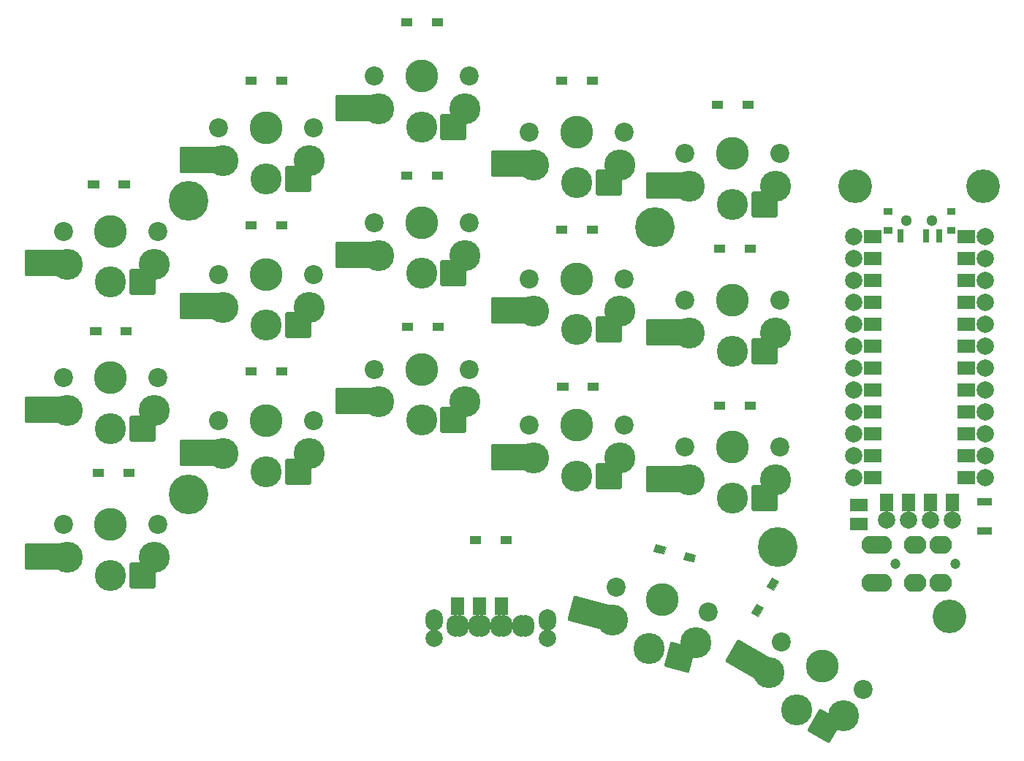
<source format=gbs>
G04 #@! TF.GenerationSoftware,KiCad,Pcbnew,7.0.6*
G04 #@! TF.CreationDate,2023-08-12T13:21:49+01:00*
G04 #@! TF.ProjectId,ferris_sweep,66657272-6973-45f7-9377-6565702e6b69,0.1*
G04 #@! TF.SameCoordinates,Original*
G04 #@! TF.FileFunction,Soldermask,Bot*
G04 #@! TF.FilePolarity,Negative*
%FSLAX46Y46*%
G04 Gerber Fmt 4.6, Leading zero omitted, Abs format (unit mm)*
G04 Created by KiCad (PCBNEW 7.0.6) date 2023-08-12 13:21:49*
%MOMM*%
%LPD*%
G01*
G04 APERTURE LIST*
G04 Aperture macros list*
%AMRoundRect*
0 Rectangle with rounded corners*
0 $1 Rounding radius*
0 $2 $3 $4 $5 $6 $7 $8 $9 X,Y pos of 4 corners*
0 Add a 4 corners polygon primitive as box body*
4,1,4,$2,$3,$4,$5,$6,$7,$8,$9,$2,$3,0*
0 Add four circle primitives for the rounded corners*
1,1,$1+$1,$2,$3*
1,1,$1+$1,$4,$5*
1,1,$1+$1,$6,$7*
1,1,$1+$1,$8,$9*
0 Add four rect primitives between the rounded corners*
20,1,$1+$1,$2,$3,$4,$5,0*
20,1,$1+$1,$4,$5,$6,$7,0*
20,1,$1+$1,$6,$7,$8,$9,0*
20,1,$1+$1,$8,$9,$2,$3,0*%
%AMFreePoly0*
4,1,22,0.686777,0.580194,0.756366,0.524698,0.794986,0.444504,0.800000,0.400000,0.800000,0.200000,0.780194,0.113223,0.741421,0.058579,0.141421,-0.541421,0.066056,-0.588777,-0.022393,-0.598742,-0.106406,-0.569345,-0.141421,-0.541421,-0.741421,0.058579,-0.788777,0.133944,-0.800000,0.200000,-0.800000,0.400000,-0.780194,0.486777,-0.724698,0.556366,-0.644504,0.594986,-0.600000,0.600000,
0.600000,0.600000,0.686777,0.580194,0.686777,0.580194,$1*%
%AMFreePoly1*
4,1,26,0.706406,1.169345,0.769345,1.106406,0.798742,1.022393,0.800000,1.000000,0.800000,-0.250000,0.780194,-0.336777,0.724698,-0.406366,0.644504,-0.444986,0.600000,-0.450000,-0.600000,-0.450000,-0.686777,-0.430194,-0.756366,-0.374698,-0.794986,-0.294504,-0.800000,-0.250000,-0.800000,1.000000,-0.780194,1.086777,-0.724698,1.156366,-0.644504,1.194986,-0.555496,1.194986,-0.475302,1.156366,
-0.458579,1.141421,0.000000,0.682842,0.458579,1.141421,0.533944,1.188777,0.622393,1.198742,0.706406,1.169345,0.706406,1.169345,$1*%
G04 Aperture macros list end*
%ADD10C,0.100000*%
%ADD11C,4.600000*%
%ADD12C,2.200000*%
%ADD13C,3.600000*%
%ADD14C,3.800000*%
%ADD15RoundRect,0.200000X-1.300000X1.300000X-1.300000X-1.300000X1.300000X-1.300000X1.300000X1.300000X0*%
%ADD16RoundRect,0.200000X-2.290000X1.300000X-2.290000X-1.300000X2.290000X-1.300000X2.290000X1.300000X0*%
%ADD17O,2.000000X2.500000*%
%ADD18FreePoly0,180.000000*%
%ADD19FreePoly1,180.000000*%
%ADD20C,2.000000*%
%ADD21RoundRect,0.200000X-0.475833X1.775833X-1.775833X-0.475833X0.475833X-1.775833X1.775833X0.475833X0*%
%ADD22RoundRect,0.200000X-1.333198X2.270833X-2.633198X0.019167X1.333198X-2.270833X2.633198X-0.019167X0*%
%ADD23C,1.300000*%
%ADD24C,3.900000*%
%ADD25FreePoly0,90.000000*%
%ADD26FreePoly0,270.000000*%
%ADD27FreePoly1,90.000000*%
%ADD28FreePoly1,270.000000*%
%ADD29C,1.200000*%
%ADD30O,2.600000X2.100000*%
%ADD31RoundRect,0.200000X-0.919239X1.592168X-1.592168X-0.919239X0.919239X-1.592168X1.592168X0.919239X0*%
%ADD32RoundRect,0.200000X-1.875505X1.848399X-2.548435X-0.663008X1.875505X-1.848399X2.548435X0.663008X0*%
G04 APERTURE END LIST*
D10*
X109650000Y-63425000D02*
X108450000Y-63425000D01*
X108450000Y-62575000D01*
X109650000Y-62575000D01*
X109650000Y-63425000D01*
G36*
X109650000Y-63425000D02*
G01*
X108450000Y-63425000D01*
X108450000Y-62575000D01*
X109650000Y-62575000D01*
X109650000Y-63425000D01*
G37*
X106100000Y-63425000D02*
X104900000Y-63425000D01*
X104900000Y-62575000D01*
X106100000Y-62575000D01*
X106100000Y-63425000D01*
G36*
X106100000Y-63425000D02*
G01*
X104900000Y-63425000D01*
X104900000Y-62575000D01*
X106100000Y-62575000D01*
X106100000Y-63425000D01*
G37*
X111933509Y-131354624D02*
X110917509Y-131354624D01*
X110917509Y-130338624D01*
X111933509Y-130338624D01*
X111933509Y-131354624D01*
G36*
X111933509Y-131354624D02*
G01*
X110917509Y-131354624D01*
X110917509Y-130338624D01*
X111933509Y-130338624D01*
X111933509Y-131354624D01*
G37*
X114473509Y-131354624D02*
X113457509Y-131354624D01*
X113457509Y-130338624D01*
X114473509Y-130338624D01*
X114473509Y-131354624D01*
G36*
X114473509Y-131354624D02*
G01*
X113457509Y-131354624D01*
X113457509Y-130338624D01*
X114473509Y-130338624D01*
X114473509Y-131354624D01*
G37*
X117013509Y-131354624D02*
X115997509Y-131354624D01*
X115997509Y-130338624D01*
X117013509Y-130338624D01*
X117013509Y-131354624D01*
G36*
X117013509Y-131354624D02*
G01*
X115997509Y-131354624D01*
X115997509Y-130338624D01*
X117013509Y-130338624D01*
X117013509Y-131354624D01*
G37*
X73600000Y-99175000D02*
X72400000Y-99175000D01*
X72400000Y-98325000D01*
X73600000Y-98325000D01*
X73600000Y-99175000D01*
G36*
X73600000Y-99175000D02*
G01*
X72400000Y-99175000D01*
X72400000Y-98325000D01*
X73600000Y-98325000D01*
X73600000Y-99175000D01*
G37*
X70050000Y-99175000D02*
X68850000Y-99175000D01*
X68850000Y-98325000D01*
X70050000Y-98325000D01*
X70050000Y-99175000D01*
G36*
X70050000Y-99175000D02*
G01*
X68850000Y-99175000D01*
X68850000Y-98325000D01*
X70050000Y-98325000D01*
X70050000Y-99175000D01*
G37*
X173180034Y-122352819D02*
X171580034Y-122352819D01*
X171580034Y-121552819D01*
X173180034Y-121552819D01*
X173180034Y-122352819D01*
G36*
X173180034Y-122352819D02*
G01*
X171580034Y-122352819D01*
X171580034Y-121552819D01*
X173180034Y-121552819D01*
X173180034Y-122352819D01*
G37*
X173180034Y-118952819D02*
X171580034Y-118952819D01*
X171580034Y-118152819D01*
X173180034Y-118152819D01*
X173180034Y-118952819D01*
G36*
X173180034Y-118952819D02*
G01*
X171580034Y-118952819D01*
X171580034Y-118152819D01*
X173180034Y-118152819D01*
X173180034Y-118952819D01*
G37*
X73350000Y-82175000D02*
X72150000Y-82175000D01*
X72150000Y-81325000D01*
X73350000Y-81325000D01*
X73350000Y-82175000D01*
G36*
X73350000Y-82175000D02*
G01*
X72150000Y-82175000D01*
X72150000Y-81325000D01*
X73350000Y-81325000D01*
X73350000Y-82175000D01*
G37*
X69800000Y-82175000D02*
X68600000Y-82175000D01*
X68600000Y-81325000D01*
X69800000Y-81325000D01*
X69800000Y-82175000D01*
G36*
X69800000Y-82175000D02*
G01*
X68600000Y-82175000D01*
X68600000Y-81325000D01*
X69800000Y-81325000D01*
X69800000Y-82175000D01*
G37*
X168990258Y-87450219D02*
X168090258Y-87450219D01*
X168090258Y-86750219D01*
X168990258Y-86750219D01*
X168990258Y-87450219D01*
G36*
X168990258Y-87450219D02*
G01*
X168090258Y-87450219D01*
X168090258Y-86750219D01*
X168990258Y-86750219D01*
X168990258Y-87450219D01*
G37*
X168990258Y-85250219D02*
X168090258Y-85250219D01*
X168090258Y-84550219D01*
X168990258Y-84550219D01*
X168990258Y-85250219D01*
G36*
X168990258Y-85250219D02*
G01*
X168090258Y-85250219D01*
X168090258Y-84550219D01*
X168990258Y-84550219D01*
X168990258Y-85250219D01*
G37*
X167440258Y-88450219D02*
X166840258Y-88450219D01*
X166840258Y-87050219D01*
X167440258Y-87050219D01*
X167440258Y-88450219D01*
G36*
X167440258Y-88450219D02*
G01*
X166840258Y-88450219D01*
X166840258Y-87050219D01*
X167440258Y-87050219D01*
X167440258Y-88450219D01*
G37*
X165940258Y-88450219D02*
X165340258Y-88450219D01*
X165340258Y-87050219D01*
X165940258Y-87050219D01*
X165940258Y-88450219D01*
G36*
X165940258Y-88450219D02*
G01*
X165340258Y-88450219D01*
X165340258Y-87050219D01*
X165940258Y-87050219D01*
X165940258Y-88450219D01*
G37*
X162940258Y-88450219D02*
X162340258Y-88450219D01*
X162340258Y-87050219D01*
X162940258Y-87050219D01*
X162940258Y-88450219D01*
G36*
X162940258Y-88450219D02*
G01*
X162340258Y-88450219D01*
X162340258Y-87050219D01*
X162940258Y-87050219D01*
X162940258Y-88450219D01*
G37*
X161690258Y-87450219D02*
X160790258Y-87450219D01*
X160790258Y-86750219D01*
X161690258Y-86750219D01*
X161690258Y-87450219D01*
G36*
X161690258Y-87450219D02*
G01*
X160790258Y-87450219D01*
X160790258Y-86750219D01*
X161690258Y-86750219D01*
X161690258Y-87450219D01*
G37*
X161690258Y-85250219D02*
X160790258Y-85250219D01*
X160790258Y-84550219D01*
X161690258Y-84550219D01*
X161690258Y-85250219D01*
G36*
X161690258Y-85250219D02*
G01*
X160790258Y-85250219D01*
X160790258Y-84550219D01*
X161690258Y-84550219D01*
X161690258Y-85250219D01*
G37*
X145850000Y-107825000D02*
X144650000Y-107825000D01*
X144650000Y-106975000D01*
X145850000Y-106975000D01*
X145850000Y-107825000D01*
G36*
X145850000Y-107825000D02*
G01*
X144650000Y-107825000D01*
X144650000Y-106975000D01*
X145850000Y-106975000D01*
X145850000Y-107825000D01*
G37*
X142300000Y-107825000D02*
X141100000Y-107825000D01*
X141100000Y-106975000D01*
X142300000Y-106975000D01*
X142300000Y-107825000D01*
G36*
X142300000Y-107825000D02*
G01*
X141100000Y-107825000D01*
X141100000Y-106975000D01*
X142300000Y-106975000D01*
X142300000Y-107825000D01*
G37*
X127600000Y-70175000D02*
X126400000Y-70175000D01*
X126400000Y-69325000D01*
X127600000Y-69325000D01*
X127600000Y-70175000D01*
G36*
X127600000Y-70175000D02*
G01*
X126400000Y-70175000D01*
X126400000Y-69325000D01*
X127600000Y-69325000D01*
X127600000Y-70175000D01*
G37*
X124050000Y-70175000D02*
X122850000Y-70175000D01*
X122850000Y-69325000D01*
X124050000Y-69325000D01*
X124050000Y-70175000D01*
G36*
X124050000Y-70175000D02*
G01*
X122850000Y-70175000D01*
X122850000Y-69325000D01*
X124050000Y-69325000D01*
X124050000Y-70175000D01*
G37*
X109625000Y-81175000D02*
X108425000Y-81175000D01*
X108425000Y-80325000D01*
X109625000Y-80325000D01*
X109625000Y-81175000D01*
G36*
X109625000Y-81175000D02*
G01*
X108425000Y-81175000D01*
X108425000Y-80325000D01*
X109625000Y-80325000D01*
X109625000Y-81175000D01*
G37*
X106075000Y-81175000D02*
X104875000Y-81175000D01*
X104875000Y-80325000D01*
X106075000Y-80325000D01*
X106075000Y-81175000D01*
G36*
X106075000Y-81175000D02*
G01*
X104875000Y-81175000D01*
X104875000Y-80325000D01*
X106075000Y-80325000D01*
X106075000Y-81175000D01*
G37*
X127600000Y-87425000D02*
X126400000Y-87425000D01*
X126400000Y-86575000D01*
X127600000Y-86575000D01*
X127600000Y-87425000D01*
G36*
X127600000Y-87425000D02*
G01*
X126400000Y-87425000D01*
X126400000Y-86575000D01*
X127600000Y-86575000D01*
X127600000Y-87425000D01*
G37*
X124050000Y-87425000D02*
X122850000Y-87425000D01*
X122850000Y-86575000D01*
X124050000Y-86575000D01*
X124050000Y-87425000D01*
G36*
X124050000Y-87425000D02*
G01*
X122850000Y-87425000D01*
X122850000Y-86575000D01*
X124050000Y-86575000D01*
X124050000Y-87425000D01*
G37*
X145600000Y-72925000D02*
X144400000Y-72925000D01*
X144400000Y-72075000D01*
X145600000Y-72075000D01*
X145600000Y-72925000D01*
G36*
X145600000Y-72925000D02*
G01*
X144400000Y-72925000D01*
X144400000Y-72075000D01*
X145600000Y-72075000D01*
X145600000Y-72925000D01*
G37*
X142050000Y-72925000D02*
X140850000Y-72925000D01*
X140850000Y-72075000D01*
X142050000Y-72075000D01*
X142050000Y-72925000D01*
G36*
X142050000Y-72925000D02*
G01*
X140850000Y-72925000D01*
X140850000Y-72075000D01*
X142050000Y-72075000D01*
X142050000Y-72925000D01*
G37*
X159810259Y-88401222D02*
X158794259Y-88401222D01*
X158794259Y-87385222D01*
X159810259Y-87385222D01*
X159810259Y-88401222D01*
G36*
X159810259Y-88401222D02*
G01*
X158794259Y-88401222D01*
X158794259Y-87385222D01*
X159810259Y-87385222D01*
X159810259Y-88401222D01*
G37*
X159810259Y-90941222D02*
X158794259Y-90941222D01*
X158794259Y-89925222D01*
X159810259Y-89925222D01*
X159810259Y-90941222D01*
G36*
X159810259Y-90941222D02*
G01*
X158794259Y-90941222D01*
X158794259Y-89925222D01*
X159810259Y-89925222D01*
X159810259Y-90941222D01*
G37*
X159810259Y-93481222D02*
X158794259Y-93481222D01*
X158794259Y-92465222D01*
X159810259Y-92465222D01*
X159810259Y-93481222D01*
G36*
X159810259Y-93481222D02*
G01*
X158794259Y-93481222D01*
X158794259Y-92465222D01*
X159810259Y-92465222D01*
X159810259Y-93481222D01*
G37*
X159810259Y-96021222D02*
X158794259Y-96021222D01*
X158794259Y-95005222D01*
X159810259Y-95005222D01*
X159810259Y-96021222D01*
G36*
X159810259Y-96021222D02*
G01*
X158794259Y-96021222D01*
X158794259Y-95005222D01*
X159810259Y-95005222D01*
X159810259Y-96021222D01*
G37*
X159810259Y-98561222D02*
X158794259Y-98561222D01*
X158794259Y-97545222D01*
X159810259Y-97545222D01*
X159810259Y-98561222D01*
G36*
X159810259Y-98561222D02*
G01*
X158794259Y-98561222D01*
X158794259Y-97545222D01*
X159810259Y-97545222D01*
X159810259Y-98561222D01*
G37*
X159810259Y-101101222D02*
X158794259Y-101101222D01*
X158794259Y-100085222D01*
X159810259Y-100085222D01*
X159810259Y-101101222D01*
G36*
X159810259Y-101101222D02*
G01*
X158794259Y-101101222D01*
X158794259Y-100085222D01*
X159810259Y-100085222D01*
X159810259Y-101101222D01*
G37*
X159810259Y-103641222D02*
X158794259Y-103641222D01*
X158794259Y-102625222D01*
X159810259Y-102625222D01*
X159810259Y-103641222D01*
G36*
X159810259Y-103641222D02*
G01*
X158794259Y-103641222D01*
X158794259Y-102625222D01*
X159810259Y-102625222D01*
X159810259Y-103641222D01*
G37*
X159810259Y-106181222D02*
X158794259Y-106181222D01*
X158794259Y-105165222D01*
X159810259Y-105165222D01*
X159810259Y-106181222D01*
G36*
X159810259Y-106181222D02*
G01*
X158794259Y-106181222D01*
X158794259Y-105165222D01*
X159810259Y-105165222D01*
X159810259Y-106181222D01*
G37*
X159810259Y-108721222D02*
X158794259Y-108721222D01*
X158794259Y-107705222D01*
X159810259Y-107705222D01*
X159810259Y-108721222D01*
G36*
X159810259Y-108721222D02*
G01*
X158794259Y-108721222D01*
X158794259Y-107705222D01*
X159810259Y-107705222D01*
X159810259Y-108721222D01*
G37*
X159810259Y-111261222D02*
X158794259Y-111261222D01*
X158794259Y-110245222D01*
X159810259Y-110245222D01*
X159810259Y-111261222D01*
G36*
X159810259Y-111261222D02*
G01*
X158794259Y-111261222D01*
X158794259Y-110245222D01*
X159810259Y-110245222D01*
X159810259Y-111261222D01*
G37*
X159810259Y-113801222D02*
X158794259Y-113801222D01*
X158794259Y-112785222D01*
X159810259Y-112785222D01*
X159810259Y-113801222D01*
G36*
X159810259Y-113801222D02*
G01*
X158794259Y-113801222D01*
X158794259Y-112785222D01*
X159810259Y-112785222D01*
X159810259Y-113801222D01*
G37*
X159810259Y-116341222D02*
X158794259Y-116341222D01*
X158794259Y-115325222D01*
X159810259Y-115325222D01*
X159810259Y-116341222D01*
G36*
X159810259Y-116341222D02*
G01*
X158794259Y-116341222D01*
X158794259Y-115325222D01*
X159810259Y-115325222D01*
X159810259Y-116341222D01*
G37*
X170986259Y-88401222D02*
X169970259Y-88401222D01*
X169970259Y-87385222D01*
X170986259Y-87385222D01*
X170986259Y-88401222D01*
G36*
X170986259Y-88401222D02*
G01*
X169970259Y-88401222D01*
X169970259Y-87385222D01*
X170986259Y-87385222D01*
X170986259Y-88401222D01*
G37*
X170986259Y-90941222D02*
X169970259Y-90941222D01*
X169970259Y-89925222D01*
X170986259Y-89925222D01*
X170986259Y-90941222D01*
G36*
X170986259Y-90941222D02*
G01*
X169970259Y-90941222D01*
X169970259Y-89925222D01*
X170986259Y-89925222D01*
X170986259Y-90941222D01*
G37*
X170986259Y-93481222D02*
X169970259Y-93481222D01*
X169970259Y-92465222D01*
X170986259Y-92465222D01*
X170986259Y-93481222D01*
G36*
X170986259Y-93481222D02*
G01*
X169970259Y-93481222D01*
X169970259Y-92465222D01*
X170986259Y-92465222D01*
X170986259Y-93481222D01*
G37*
X170986259Y-96021222D02*
X169970259Y-96021222D01*
X169970259Y-95005222D01*
X170986259Y-95005222D01*
X170986259Y-96021222D01*
G36*
X170986259Y-96021222D02*
G01*
X169970259Y-96021222D01*
X169970259Y-95005222D01*
X170986259Y-95005222D01*
X170986259Y-96021222D01*
G37*
X170986259Y-98561222D02*
X169970259Y-98561222D01*
X169970259Y-97545222D01*
X170986259Y-97545222D01*
X170986259Y-98561222D01*
G36*
X170986259Y-98561222D02*
G01*
X169970259Y-98561222D01*
X169970259Y-97545222D01*
X170986259Y-97545222D01*
X170986259Y-98561222D01*
G37*
X170986259Y-101101222D02*
X169970259Y-101101222D01*
X169970259Y-100085222D01*
X170986259Y-100085222D01*
X170986259Y-101101222D01*
G36*
X170986259Y-101101222D02*
G01*
X169970259Y-101101222D01*
X169970259Y-100085222D01*
X170986259Y-100085222D01*
X170986259Y-101101222D01*
G37*
X170986259Y-103641222D02*
X169970259Y-103641222D01*
X169970259Y-102625222D01*
X170986259Y-102625222D01*
X170986259Y-103641222D01*
G36*
X170986259Y-103641222D02*
G01*
X169970259Y-103641222D01*
X169970259Y-102625222D01*
X170986259Y-102625222D01*
X170986259Y-103641222D01*
G37*
X170986259Y-106181222D02*
X169970259Y-106181222D01*
X169970259Y-105165222D01*
X170986259Y-105165222D01*
X170986259Y-106181222D01*
G36*
X170986259Y-106181222D02*
G01*
X169970259Y-106181222D01*
X169970259Y-105165222D01*
X170986259Y-105165222D01*
X170986259Y-106181222D01*
G37*
X170986259Y-108721222D02*
X169970259Y-108721222D01*
X169970259Y-107705222D01*
X170986259Y-107705222D01*
X170986259Y-108721222D01*
G36*
X170986259Y-108721222D02*
G01*
X169970259Y-108721222D01*
X169970259Y-107705222D01*
X170986259Y-107705222D01*
X170986259Y-108721222D01*
G37*
X170986259Y-111261222D02*
X169970259Y-111261222D01*
X169970259Y-110245222D01*
X170986259Y-110245222D01*
X170986259Y-111261222D01*
G36*
X170986259Y-111261222D02*
G01*
X169970259Y-111261222D01*
X169970259Y-110245222D01*
X170986259Y-110245222D01*
X170986259Y-111261222D01*
G37*
X170986259Y-113801222D02*
X169970259Y-113801222D01*
X169970259Y-112785222D01*
X170986259Y-112785222D01*
X170986259Y-113801222D01*
G36*
X170986259Y-113801222D02*
G01*
X169970259Y-113801222D01*
X169970259Y-112785222D01*
X170986259Y-112785222D01*
X170986259Y-113801222D01*
G37*
X170986259Y-116341222D02*
X169970259Y-116341222D01*
X169970259Y-115325222D01*
X170986259Y-115325222D01*
X170986259Y-116341222D01*
G36*
X170986259Y-116341222D02*
G01*
X169970259Y-116341222D01*
X169970259Y-115325222D01*
X170986259Y-115325222D01*
X170986259Y-116341222D01*
G37*
X73900000Y-115675000D02*
X72700000Y-115675000D01*
X72700000Y-114825000D01*
X73900000Y-114825000D01*
X73900000Y-115675000D01*
G36*
X73900000Y-115675000D02*
G01*
X72700000Y-115675000D01*
X72700000Y-114825000D01*
X73900000Y-114825000D01*
X73900000Y-115675000D01*
G37*
X70350000Y-115675000D02*
X69150000Y-115675000D01*
X69150000Y-114825000D01*
X70350000Y-114825000D01*
X70350000Y-115675000D01*
G36*
X70350000Y-115675000D02*
G01*
X69150000Y-115675000D01*
X69150000Y-114825000D01*
X70350000Y-114825000D01*
X70350000Y-115675000D01*
G37*
X161588438Y-119348911D02*
X160572438Y-119348911D01*
X160572438Y-118332911D01*
X161588438Y-118332911D01*
X161588438Y-119348911D01*
G36*
X161588438Y-119348911D02*
G01*
X160572438Y-119348911D01*
X160572438Y-118332911D01*
X161588438Y-118332911D01*
X161588438Y-119348911D01*
G37*
X164128438Y-119348911D02*
X163112438Y-119348911D01*
X163112438Y-118332911D01*
X164128438Y-118332911D01*
X164128438Y-119348911D01*
G36*
X164128438Y-119348911D02*
G01*
X163112438Y-119348911D01*
X163112438Y-118332911D01*
X164128438Y-118332911D01*
X164128438Y-119348911D01*
G37*
X166668438Y-119348911D02*
X165652438Y-119348911D01*
X165652438Y-118332911D01*
X166668438Y-118332911D01*
X166668438Y-119348911D01*
G36*
X166668438Y-119348911D02*
G01*
X165652438Y-119348911D01*
X165652438Y-118332911D01*
X166668438Y-118332911D01*
X166668438Y-119348911D01*
G37*
X169208438Y-119348911D02*
X168192438Y-119348911D01*
X168192438Y-118332911D01*
X169208438Y-118332911D01*
X169208438Y-119348911D01*
G36*
X169208438Y-119348911D02*
G01*
X168192438Y-119348911D01*
X168192438Y-118332911D01*
X169208438Y-118332911D01*
X169208438Y-119348911D01*
G37*
X127700400Y-105675000D02*
X126500400Y-105675000D01*
X126500400Y-104825000D01*
X127700400Y-104825000D01*
X127700400Y-105675000D01*
G36*
X127700400Y-105675000D02*
G01*
X126500400Y-105675000D01*
X126500400Y-104825000D01*
X127700400Y-104825000D01*
X127700400Y-105675000D01*
G37*
X124150400Y-105675000D02*
X122950400Y-105675000D01*
X122950400Y-104825000D01*
X124150400Y-104825000D01*
X124150400Y-105675000D01*
G36*
X124150400Y-105675000D02*
G01*
X122950400Y-105675000D01*
X122950400Y-104825000D01*
X124150400Y-104825000D01*
X124150400Y-105675000D01*
G37*
X117600000Y-123425000D02*
X116400000Y-123425000D01*
X116400000Y-122575000D01*
X117600000Y-122575000D01*
X117600000Y-123425000D01*
G36*
X117600000Y-123425000D02*
G01*
X116400000Y-123425000D01*
X116400000Y-122575000D01*
X117600000Y-122575000D01*
X117600000Y-123425000D01*
G37*
X114050000Y-123425000D02*
X112850000Y-123425000D01*
X112850000Y-122575000D01*
X114050000Y-122575000D01*
X114050000Y-123425000D01*
G36*
X114050000Y-123425000D02*
G01*
X112850000Y-123425000D01*
X112850000Y-122575000D01*
X114050000Y-122575000D01*
X114050000Y-123425000D01*
G37*
X91600000Y-86925000D02*
X90400000Y-86925000D01*
X90400000Y-86075000D01*
X91600000Y-86075000D01*
X91600000Y-86925000D01*
G36*
X91600000Y-86925000D02*
G01*
X90400000Y-86925000D01*
X90400000Y-86075000D01*
X91600000Y-86075000D01*
X91600000Y-86925000D01*
G37*
X88050000Y-86925000D02*
X86850000Y-86925000D01*
X86850000Y-86075000D01*
X88050000Y-86075000D01*
X88050000Y-86925000D01*
G36*
X88050000Y-86925000D02*
G01*
X86850000Y-86925000D01*
X86850000Y-86075000D01*
X88050000Y-86075000D01*
X88050000Y-86925000D01*
G37*
X91600000Y-103875000D02*
X90400000Y-103875000D01*
X90400000Y-103025000D01*
X91600000Y-103025000D01*
X91600000Y-103875000D01*
G36*
X91600000Y-103875000D02*
G01*
X90400000Y-103875000D01*
X90400000Y-103025000D01*
X91600000Y-103025000D01*
X91600000Y-103875000D01*
G37*
X88050000Y-103875000D02*
X86850000Y-103875000D01*
X86850000Y-103025000D01*
X88050000Y-103025000D01*
X88050000Y-103875000D01*
G36*
X88050000Y-103875000D02*
G01*
X86850000Y-103875000D01*
X86850000Y-103025000D01*
X88050000Y-103025000D01*
X88050000Y-103875000D01*
G37*
X109700400Y-98675000D02*
X108500400Y-98675000D01*
X108500400Y-97825000D01*
X109700400Y-97825000D01*
X109700400Y-98675000D01*
G36*
X109700400Y-98675000D02*
G01*
X108500400Y-98675000D01*
X108500400Y-97825000D01*
X109700400Y-97825000D01*
X109700400Y-98675000D01*
G37*
X106150400Y-98675000D02*
X104950400Y-98675000D01*
X104950400Y-97825000D01*
X106150400Y-97825000D01*
X106150400Y-98675000D01*
G36*
X106150400Y-98675000D02*
G01*
X104950400Y-98675000D01*
X104950400Y-97825000D01*
X106150400Y-97825000D01*
X106150400Y-98675000D01*
G37*
X158857431Y-119651406D02*
X156857431Y-119651406D01*
X156857431Y-118251406D01*
X158857431Y-118251406D01*
X158857431Y-119651406D01*
G36*
X158857431Y-119651406D02*
G01*
X156857431Y-119651406D01*
X156857431Y-118251406D01*
X158857431Y-118251406D01*
X158857431Y-119651406D01*
G37*
X158857431Y-121851406D02*
X156857431Y-121851406D01*
X156857431Y-120451406D01*
X158857431Y-120451406D01*
X158857431Y-121851406D01*
G36*
X158857431Y-121851406D02*
G01*
X156857431Y-121851406D01*
X156857431Y-120451406D01*
X158857431Y-120451406D01*
X158857431Y-121851406D01*
G37*
X91600000Y-70175000D02*
X90400000Y-70175000D01*
X90400000Y-69325000D01*
X91600000Y-69325000D01*
X91600000Y-70175000D01*
G36*
X91600000Y-70175000D02*
G01*
X90400000Y-70175000D01*
X90400000Y-69325000D01*
X91600000Y-69325000D01*
X91600000Y-70175000D01*
G37*
X88050000Y-70175000D02*
X86850000Y-70175000D01*
X86850000Y-69325000D01*
X88050000Y-69325000D01*
X88050000Y-70175000D01*
G36*
X88050000Y-70175000D02*
G01*
X86850000Y-70175000D01*
X86850000Y-69325000D01*
X88050000Y-69325000D01*
X88050000Y-70175000D01*
G37*
X148543061Y-127818495D02*
X147943061Y-128857725D01*
X147206939Y-128432725D01*
X147806939Y-127393495D01*
X148543061Y-127818495D01*
G36*
X148543061Y-127818495D02*
G01*
X147943061Y-128857725D01*
X147206939Y-128432725D01*
X147806939Y-127393495D01*
X148543061Y-127818495D01*
G37*
X146768061Y-130892885D02*
X146168061Y-131932115D01*
X145431939Y-131507115D01*
X146031939Y-130467885D01*
X146768061Y-130892885D01*
G36*
X146768061Y-130892885D02*
G01*
X146168061Y-131932115D01*
X145431939Y-131507115D01*
X146031939Y-130467885D01*
X146768061Y-130892885D01*
G37*
X138939554Y-124744773D02*
X138719558Y-125565810D01*
X137560447Y-125255227D01*
X137780443Y-124434190D01*
X138939554Y-124744773D01*
G36*
X138939554Y-124744773D02*
G01*
X138719558Y-125565810D01*
X137560447Y-125255227D01*
X137780443Y-124434190D01*
X138939554Y-124744773D01*
G37*
X135510517Y-123825965D02*
X135290521Y-124647002D01*
X134131410Y-124336419D01*
X134351406Y-123515382D01*
X135510517Y-123825965D01*
G36*
X135510517Y-123825965D02*
G01*
X135290521Y-124647002D01*
X134131410Y-124336419D01*
X134351406Y-123515382D01*
X135510517Y-123825965D01*
G37*
X145850000Y-89675000D02*
X144650000Y-89675000D01*
X144650000Y-88825000D01*
X145850000Y-88825000D01*
X145850000Y-89675000D01*
G36*
X145850000Y-89675000D02*
G01*
X144650000Y-89675000D01*
X144650000Y-88825000D01*
X145850000Y-88825000D01*
X145850000Y-89675000D01*
G37*
X142300000Y-89675000D02*
X141100000Y-89675000D01*
X141100000Y-88825000D01*
X142300000Y-88825000D01*
X142300000Y-89675000D01*
G36*
X142300000Y-89675000D02*
G01*
X141100000Y-89675000D01*
X141100000Y-88825000D01*
X142300000Y-88825000D01*
X142300000Y-89675000D01*
G37*
D11*
X134228545Y-86750000D03*
D12*
X101729546Y-103239471D03*
D13*
X102229546Y-107039471D03*
D14*
X107229546Y-103239471D03*
D13*
X107229546Y-109139471D03*
X112229546Y-107039471D03*
D12*
X112729546Y-103239471D03*
D15*
X110929546Y-109139471D03*
D16*
X99719546Y-106939471D03*
D17*
X111163509Y-132975624D03*
D18*
X111425509Y-131100624D03*
D17*
X111687509Y-132975624D03*
X113703509Y-132975624D03*
D18*
X113965509Y-131100624D03*
D17*
X114227509Y-132975624D03*
X116243509Y-132975624D03*
D18*
X116505509Y-131100624D03*
D17*
X116767509Y-132975624D03*
X118783509Y-132975624D03*
X119307509Y-132975624D03*
D19*
X111425509Y-130084624D03*
X113965509Y-130084624D03*
X116505509Y-130084624D03*
D20*
X108687509Y-134450624D03*
X121783509Y-134450624D03*
D17*
X108687509Y-132350624D03*
X121783509Y-132350624D03*
D11*
X80250000Y-83750000D03*
D12*
X148903370Y-134868092D03*
D13*
X147436383Y-138408989D03*
D14*
X153666510Y-137618092D03*
D13*
X150716510Y-142727642D03*
X156096637Y-143408989D03*
D12*
X158429650Y-140368092D03*
D21*
X153920804Y-144577642D03*
D22*
X145312659Y-137067386D03*
D23*
X166390258Y-86000219D03*
X166390258Y-86000219D03*
X163390258Y-86000219D03*
X163390258Y-86000219D03*
D12*
X65729542Y-121239972D03*
D13*
X66229542Y-125039972D03*
D14*
X71229542Y-121239972D03*
D13*
X71229542Y-127139972D03*
X76229542Y-125039972D03*
D12*
X76729542Y-121239972D03*
D15*
X74929542Y-127139972D03*
D16*
X63719542Y-124939972D03*
D24*
X172281378Y-81999725D03*
D12*
X119728544Y-92739470D03*
D13*
X120228544Y-96539470D03*
D14*
X125228544Y-92739470D03*
D13*
X125228544Y-98639470D03*
X130228544Y-96539470D03*
D12*
X130728544Y-92739470D03*
D15*
X128928544Y-98639470D03*
D16*
X117718544Y-96439470D03*
D24*
X157500056Y-82000182D03*
D12*
X137729546Y-95239475D03*
D13*
X138229546Y-99039475D03*
D14*
X143229546Y-95239475D03*
D13*
X143229546Y-101139475D03*
X148229546Y-99039475D03*
D12*
X148729546Y-95239475D03*
D15*
X146929546Y-101139475D03*
D16*
X135719546Y-98939475D03*
D20*
X157270259Y-87893222D03*
X157270259Y-90433222D03*
X157270259Y-92973222D03*
X157270259Y-95513222D03*
X157270259Y-98053222D03*
X157270259Y-100593222D03*
X157270259Y-103133222D03*
X157270259Y-105673222D03*
X157270259Y-108213222D03*
X157270259Y-110753222D03*
X157270259Y-113293222D03*
X157270259Y-115833222D03*
D25*
X159048259Y-87893222D03*
X159048259Y-90433222D03*
X159048259Y-92973222D03*
X159048259Y-95513222D03*
X159048259Y-98053222D03*
X159048259Y-100593222D03*
X159048259Y-103133222D03*
X159048259Y-105673222D03*
X159048259Y-108213222D03*
X159048259Y-110753222D03*
X159048259Y-113293222D03*
X159048259Y-115833222D03*
D26*
X170732259Y-87893222D03*
X170732259Y-90433222D03*
X170732259Y-92973222D03*
X170732259Y-95513222D03*
X170732259Y-98053222D03*
X170732259Y-100593222D03*
X170732259Y-103133222D03*
X170732259Y-105673222D03*
X170732259Y-108213222D03*
X170732259Y-110753222D03*
X170732259Y-113293222D03*
X170732259Y-115833222D03*
D20*
X172510259Y-87893222D03*
X172510259Y-90433222D03*
X172510259Y-92973222D03*
X172510259Y-95513222D03*
X172510259Y-98053222D03*
X172510259Y-100593222D03*
X172510259Y-103133222D03*
X172510259Y-105673222D03*
X172510259Y-108213222D03*
X172510259Y-110753222D03*
X172510259Y-113293222D03*
X172510259Y-115833222D03*
D27*
X160064259Y-87893222D03*
X160064259Y-90433222D03*
X160064259Y-92973222D03*
X160064259Y-95513222D03*
X160064259Y-98053222D03*
X160064259Y-100593222D03*
X160064259Y-103133222D03*
X160064259Y-105673222D03*
X160064259Y-108213222D03*
X160064259Y-110753222D03*
X160064259Y-113293222D03*
X160064259Y-115833222D03*
D28*
X169716259Y-115833222D03*
X169716259Y-113293222D03*
X169716259Y-110753222D03*
X169716259Y-108213222D03*
X169716259Y-105673222D03*
X169716259Y-103133222D03*
X169716259Y-100593222D03*
X169716259Y-98053222D03*
X169716259Y-95513222D03*
X169716259Y-92973222D03*
X169716259Y-90433222D03*
X169716259Y-87893222D03*
D12*
X65729542Y-87239972D03*
D13*
X66229542Y-91039972D03*
D14*
X71229542Y-87239972D03*
D13*
X71229542Y-93139972D03*
X76229542Y-91039972D03*
D12*
X76729542Y-87239972D03*
D15*
X74929542Y-93139972D03*
D16*
X63719542Y-90939972D03*
D12*
X83729547Y-109239974D03*
D13*
X84229547Y-113039974D03*
D14*
X89229547Y-109239974D03*
D13*
X89229547Y-115139974D03*
X94229547Y-113039974D03*
D12*
X94729547Y-109239974D03*
D15*
X92929547Y-115139974D03*
D16*
X81719547Y-112939974D03*
D29*
X169104707Y-125824920D03*
X162104707Y-125824920D03*
D30*
X159504707Y-123624920D03*
X159504707Y-128024920D03*
X167404707Y-123624920D03*
X167404707Y-128024920D03*
X164404707Y-123624920D03*
X164404707Y-128024920D03*
X160404707Y-123624920D03*
X160404707Y-128024920D03*
D12*
X101729543Y-69239473D03*
D13*
X102229543Y-73039473D03*
D14*
X107229543Y-69239473D03*
D13*
X107229543Y-75139473D03*
X112229543Y-73039473D03*
D12*
X112729543Y-69239473D03*
D15*
X110929543Y-75139473D03*
D16*
X99719543Y-72939473D03*
D12*
X137729546Y-78239472D03*
D13*
X138229546Y-82039472D03*
D14*
X143229546Y-78239472D03*
D13*
X143229546Y-84139472D03*
X148229546Y-82039472D03*
D12*
X148729546Y-78239472D03*
D15*
X146929546Y-84139472D03*
D16*
X135719546Y-81939472D03*
D12*
X65729542Y-104239972D03*
D13*
X66229542Y-108039972D03*
D14*
X71229542Y-104239972D03*
D13*
X71229542Y-110139972D03*
X76229542Y-108039972D03*
D12*
X76729542Y-104239972D03*
D15*
X74929542Y-110139972D03*
D16*
X63719542Y-107939972D03*
D24*
X168386407Y-131897959D03*
D18*
X161080438Y-119094911D03*
D20*
X161080438Y-120752911D03*
D18*
X163620438Y-119094911D03*
D20*
X163620438Y-120752911D03*
D18*
X166160438Y-119094911D03*
D20*
X166160438Y-120752911D03*
D18*
X168700438Y-119094911D03*
D20*
X168700438Y-120752911D03*
D19*
X161080438Y-118078911D03*
X163620438Y-118078911D03*
X166160438Y-118078911D03*
X168700438Y-118078911D03*
D12*
X119728544Y-109739471D03*
D13*
X120228544Y-113539471D03*
D14*
X125228544Y-109739471D03*
D13*
X125228544Y-115639471D03*
X130228544Y-113539471D03*
D12*
X130728544Y-109739471D03*
D15*
X128928544Y-115639471D03*
D16*
X117718544Y-113439471D03*
D12*
X83729547Y-92239968D03*
D13*
X84229547Y-96039968D03*
D14*
X89229547Y-92239968D03*
D13*
X89229547Y-98139968D03*
X94229547Y-96039968D03*
D12*
X94729547Y-92239968D03*
D15*
X92929547Y-98139968D03*
D16*
X81719547Y-95939968D03*
D12*
X119728547Y-75739475D03*
D13*
X120228547Y-79539475D03*
D14*
X125228547Y-75739475D03*
D13*
X125228547Y-81639475D03*
X130228547Y-79539475D03*
D12*
X130728547Y-75739475D03*
D15*
X128928547Y-81639475D03*
D16*
X117718547Y-79439475D03*
D11*
X80250000Y-117750000D03*
D12*
X129815995Y-128515667D03*
D13*
X129315445Y-132315595D03*
D14*
X135128587Y-129939172D03*
D13*
X133601555Y-135638134D03*
X138974704Y-134903785D03*
D12*
X140441179Y-131362677D03*
D31*
X137175480Y-136595765D03*
D32*
X126916854Y-131569367D03*
D12*
X101729546Y-86239470D03*
D13*
X102229546Y-90039470D03*
D14*
X107229546Y-86239470D03*
D13*
X107229546Y-92139470D03*
X112229546Y-90039470D03*
D12*
X112729546Y-86239470D03*
D15*
X110929546Y-92139470D03*
D16*
X99719546Y-89939470D03*
D11*
X148510701Y-123849903D03*
D12*
X137729549Y-112239469D03*
D13*
X138229549Y-116039469D03*
D14*
X143229549Y-112239469D03*
D13*
X143229549Y-118139469D03*
X148229549Y-116039469D03*
D12*
X148729549Y-112239469D03*
D15*
X146929549Y-118139469D03*
D16*
X135719549Y-115939469D03*
D12*
X83729545Y-75239973D03*
D13*
X84229545Y-79039973D03*
D14*
X89229545Y-75239973D03*
D13*
X89229545Y-81139973D03*
X94229545Y-79039973D03*
D12*
X94729545Y-75239973D03*
D15*
X92929545Y-81139973D03*
D16*
X81719545Y-78939973D03*
M02*

</source>
